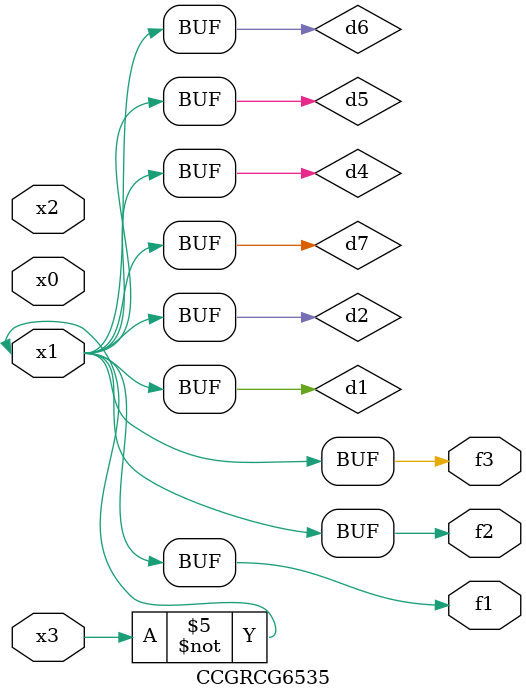
<source format=v>
module CCGRCG6535(
	input x0, x1, x2, x3,
	output f1, f2, f3
);

	wire d1, d2, d3, d4, d5, d6, d7;

	not (d1, x3);
	buf (d2, x1);
	xnor (d3, d1, d2);
	nor (d4, d1);
	buf (d5, d1, d2);
	buf (d6, d4, d5);
	nand (d7, d4);
	assign f1 = d6;
	assign f2 = d7;
	assign f3 = d6;
endmodule

</source>
